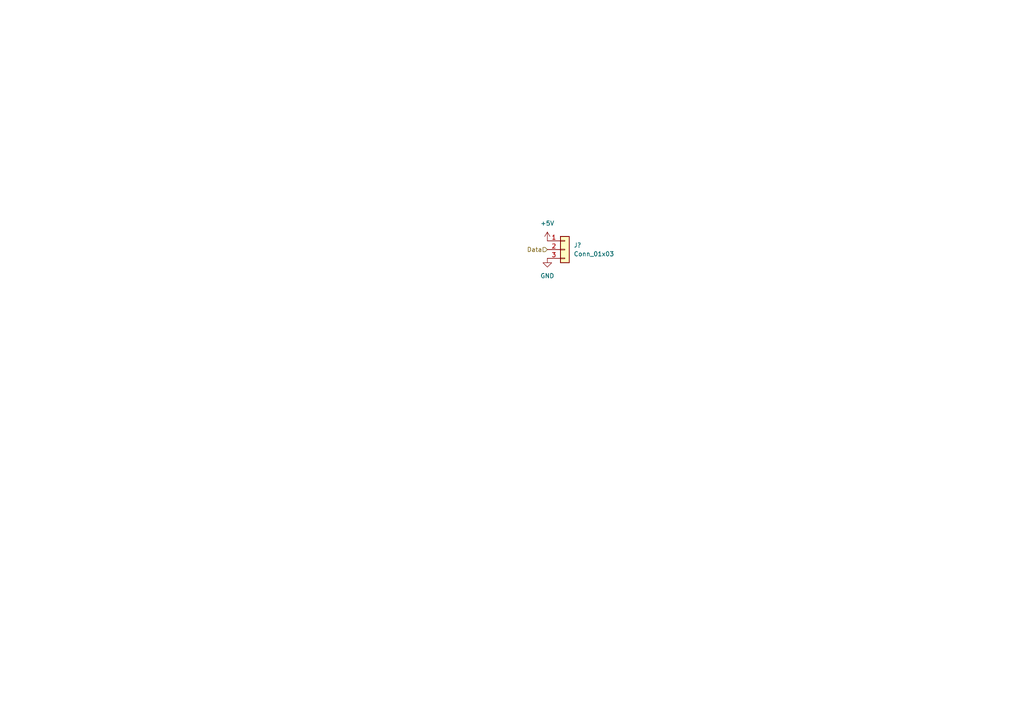
<source format=kicad_sch>
(kicad_sch (version 20211123) (generator eeschema)
  (paper "A4")
  (lib_symbols
    (symbol "Connector_Generic:Conn_01x03" (pin_names (offset 1.016) hide)
      (property "Reference" "J" (at 0 5.08 0))
      (property "Value" "Conn_01x03" (at 0 -5.08 0))
      (symbol "Conn_01x03_1_1"
        (rectangle (start -1.27 -2.413) (end 0 -2.667) (stroke (width 0.1524)))
        (rectangle (start -1.27 0.127) (end 0 -0.127) (stroke (width 0.1524)))
        (rectangle (start -1.27 2.667) (end 0 2.413) (stroke (width 0.1524)))
        (rectangle (start -1.27 3.81) (end 1.27 -3.81) (stroke (width 0.254)) (fill (type background)))
        (pin passive line (at -5.08 2.54 0) (length 3.81) (name "Pin_1") (number "1"))
        (pin passive line (at -5.08 0 0) (length 3.81) (name "Pin_2") (number "2"))
        (pin passive line (at -5.08 -2.54 0) (length 3.81) (name "Pin_3") (number "3"))
      )
    )
    (symbol "power:+5V" (power) (pin_names (offset 0))
      (property "Value" "+5V" (at 0 3.556 0))
      (symbol "+5V_0_1"
        (polyline (pts (xy -0.762 1.27) (xy 0 2.54)))
        (polyline (pts (xy 0 0) (xy 0 2.54)))
        (polyline (pts (xy 0 2.54) (xy 0.762 1.27)))
      )
      (symbol "+5V_1_1"
        (pin power_in line (at 0 0 90) (length 0) hide (name "+5V") (number "1"))
      )
    )
    (symbol "power:GND" (power) (pin_names (offset 0))
      (property "Value" "GND" (at 0 -3.81 0))
      (symbol "GND_0_1"
        (polyline (pts (xy 0 0) (xy 0 -1.27) (xy 1.27 -1.27) (xy 0 -2.54) (xy -1.27 -1.27) (xy 0 -1.27)))
      )
      (symbol "GND_1_1"
        (pin power_in line (at 0 0 270) (length 0) hide (name "GND") (number "1"))
      )
    )
  )
  (hierarchical_label "Data" (shape input) (at 158.75 72.39 180))
  (symbol (lib_id "power:+5V") (at 158.75 69.85 0) (unit 1)
    (property "Reference" "#PWR?" (effects hide))
    (property "Value" "+5V" (at 158.75 64.77 0))
  )
  (symbol (lib_id "Connector_Generic:Conn_01x03") (at 163.83 72.39 0) (unit 1)
    (property "Reference" "J?" (at 166.37 71.1199 0) (effects (justify left)))
    (property "Value" "Conn_01x03" (at 166.37 73.6599 0) (effects (justify left)))
  )
  (symbol (lib_id "power:GND") (at 158.75 74.93 0) (unit 1)
    (property "Reference" "#PWR?" (effects hide))
    (property "Value" "GND" (at 158.75 80.01 0))
  )
)
</source>
